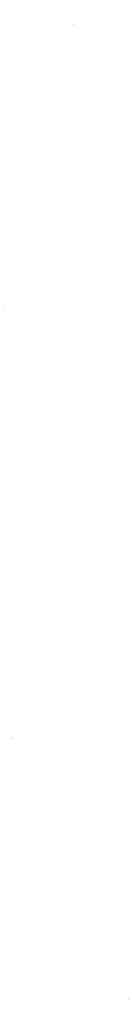
<source format=gbp>
G04 #@! TF.FileFunction,Paste,Bot*
%FSLAX46Y46*%
G04 Gerber Fmt 4.6, Leading zero omitted, Abs format (unit mm)*
G04 Created by KiCad (PCBNEW 4.0.2-stable) date 4/4/2016 11:45:04 AM*
%MOMM*%
G01*
G04 APERTURE LIST*
%ADD10C,0.100000*%
%ADD11C,0.150000*%
G04 APERTURE END LIST*
D10*
D11*
X39763034Y-139762245D02*
X39772882Y-139760509D01*
X38116636Y-55246225D02*
X38126484Y-55247962D01*
X62824142Y-190952166D02*
X62831213Y-190945095D01*
X52047834Y175858D02*
X52054905Y168787D01*
M02*

</source>
